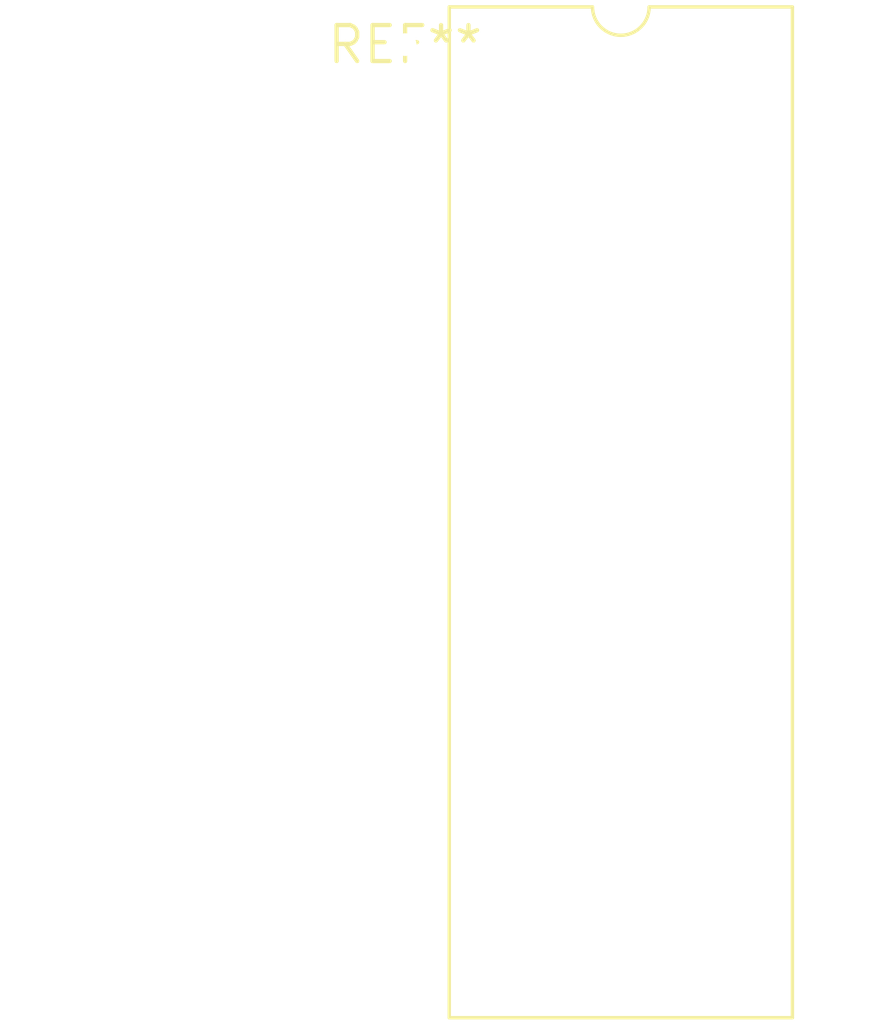
<source format=kicad_pcb>
(kicad_pcb (version 20240108) (generator pcbnew)
  (layers (0 "F.Cu" signal) (31 "B.Cu" signal) (34 "B.Paste" user) (35 "F.Paste" user) (36 "B.SilkS" user "B.Silkscreen") (37 "F.SilkS" user "F.Silkscreen") (38 "B.Mask" user) (39 "F.Mask" user) (44 "Edge.Cuts" user))
  (net 0 "")
  (footprint "DIP-28_W15.24mm_LongPads" (layer "F.Cu") (at 0 0)
    (property "Reference" "REF**")
    (property "Value" "DIP-28_W15.24mm_LongPads")
    (fp_line (start 1.56 -1.33) (end 1.56 34.35) (layer "F.SilkS") (stroke (width 0.12)))
    (fp_line (start 1.56 34.35) (end 13.68 34.35) (layer "F.SilkS") (stroke (width 0.12)))
    (fp_line (start 6.62 -1.33) (end 1.56 -1.33) (layer "F.SilkS") (stroke (width 0.12)))
    (fp_line (start 13.68 -1.33) (end 8.62 -1.33) (layer "F.SilkS") (stroke (width 0.12)))
    (fp_line (start 13.68 34.35) (end 13.68 -1.33) (layer "F.SilkS") (stroke (width 0.12)))
    (fp_arc (start 8.62 -1.33) (mid 7.62 -0.33) (end 6.62 -1.33) (layer "F.SilkS") (stroke (width 0.12)))
    (pad "1" thru_hole rect (at 0 0) (size 2.4 1.6) (drill 0.8) (layers *.Cu *.Mask) (remove_unused_layers))
    (pad "2" thru_hole oval (at 0 2.54) (size 2.4 1.6) (drill 0.8) (layers *.Cu *.Mask) (remove_unused_layers))
    (pad "3" thru_hole oval (at 0 5.08) (size 2.4 1.6) (drill 0.8) (layers *.Cu *.Mask) (remove_unused_layers))
    (pad "4" thru_hole oval (at 0 7.62) (size 2.4 1.6) (drill 0.8) (layers *.Cu *.Mask) (remove_unused_layers))
    (pad "5" thru_hole oval (at 0 10.16) (size 2.4 1.6) (drill 0.8) (layers *.Cu *.Mask) (remove_unused_layers))
    (pad "6" thru_hole oval (at 0 12.7) (size 2.4 1.6) (drill 0.8) (layers *.Cu *.Mask) (remove_unused_layers))
    (pad "7" thru_hole oval (at 0 15.24) (size 2.4 1.6) (drill 0.8) (layers *.Cu *.Mask) (remove_unused_layers))
    (pad "8" thru_hole oval (at 0 17.78) (size 2.4 1.6) (drill 0.8) (layers *.Cu *.Mask) (remove_unused_layers))
    (pad "9" thru_hole oval (at 0 20.32) (size 2.4 1.6) (drill 0.8) (layers *.Cu *.Mask) (remove_unused_layers))
    (pad "10" thru_hole oval (at 0 22.86) (size 2.4 1.6) (drill 0.8) (layers *.Cu *.Mask) (remove_unused_layers))
    (pad "11" thru_hole oval (at 0 25.4) (size 2.4 1.6) (drill 0.8) (layers *.Cu *.Mask) (remove_unused_layers))
    (pad "12" thru_hole oval (at 0 27.94) (size 2.4 1.6) (drill 0.8) (layers *.Cu *.Mask) (remove_unused_layers))
    (pad "13" thru_hole oval (at 0 30.48) (size 2.4 1.6) (drill 0.8) (layers *.Cu *.Mask) (remove_unused_layers))
    (pad "14" thru_hole oval (at 0 33.02) (size 2.4 1.6) (drill 0.8) (layers *.Cu *.Mask) (remove_unused_layers))
    (pad "15" thru_hole oval (at 15.24 33.02) (size 2.4 1.6) (drill 0.8) (layers *.Cu *.Mask) (remove_unused_layers))
    (pad "16" thru_hole oval (at 15.24 30.48) (size 2.4 1.6) (drill 0.8) (layers *.Cu *.Mask) (remove_unused_layers))
    (pad "17" thru_hole oval (at 15.24 27.94) (size 2.4 1.6) (drill 0.8) (layers *.Cu *.Mask) (remove_unused_layers))
    (pad "18" thru_hole oval (at 15.24 25.4) (size 2.4 1.6) (drill 0.8) (layers *.Cu *.Mask) (remove_unused_layers))
    (pad "19" thru_hole oval (at 15.24 22.86) (size 2.4 1.6) (drill 0.8) (layers *.Cu *.Mask) (remove_unused_layers))
    (pad "20" thru_hole oval (at 15.24 20.32) (size 2.4 1.6) (drill 0.8) (layers *.Cu *.Mask) (remove_unused_layers))
    (pad "21" thru_hole oval (at 15.24 17.78) (size 2.4 1.6) (drill 0.8) (layers *.Cu *.Mask) (remove_unused_layers))
    (pad "22" thru_hole oval (at 15.24 15.24) (size 2.4 1.6) (drill 0.8) (layers *.Cu *.Mask) (remove_unused_layers))
    (pad "23" thru_hole oval (at 15.24 12.7) (size 2.4 1.6) (drill 0.8) (layers *.Cu *.Mask) (remove_unused_layers))
    (pad "24" thru_hole oval (at 15.24 10.16) (size 2.4 1.6) (drill 0.8) (layers *.Cu *.Mask) (remove_unused_layers))
    (pad "25" thru_hole oval (at 15.24 7.62) (size 2.4 1.6) (drill 0.8) (layers *.Cu *.Mask) (remove_unused_layers))
    (pad "26" thru_hole oval (at 15.24 5.08) (size 2.4 1.6) (drill 0.8) (layers *.Cu *.Mask) (remove_unused_layers))
    (pad "27" thru_hole oval (at 15.24 2.54) (size 2.4 1.6) (drill 0.8) (layers *.Cu *.Mask) (remove_unused_layers))
    (pad "28" thru_hole oval (at 15.24 0) (size 2.4 1.6) (drill 0.8) (layers *.Cu *.Mask) (remove_unused_layers))
  )
)
</source>
